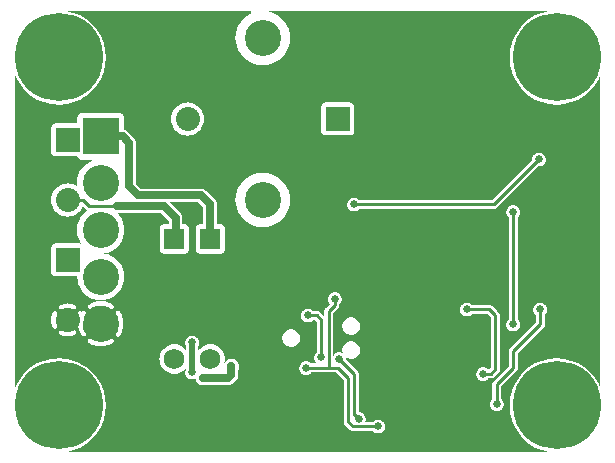
<source format=gbr>
G04 start of page 3 for group 1 idx 1 *
G04 Title: (unknown), bottom *
G04 Creator: pcb 4.0.2 *
G04 CreationDate: Mon Nov 22 04:11:08 2021 UTC *
G04 For: ndholmes *
G04 Format: Gerber/RS-274X *
G04 PCB-Dimensions (mil): 2000.00 1500.00 *
G04 PCB-Coordinate-Origin: lower left *
%MOIN*%
%FSLAX25Y25*%
%LNBOTTOM*%
%ADD43C,0.0380*%
%ADD42C,0.0600*%
%ADD41C,0.0390*%
%ADD40C,0.1285*%
%ADD39C,0.0480*%
%ADD38C,0.0120*%
%ADD37C,0.0260*%
%ADD36C,0.0680*%
%ADD35C,0.0800*%
%ADD34C,0.1200*%
%ADD33C,0.2937*%
%ADD32C,0.0250*%
%ADD31C,0.0200*%
%ADD30C,0.0100*%
%ADD29C,0.0001*%
G54D29*G36*
X168496Y11031D02*X168982Y9858D01*
X170272Y7753D01*
X171876Y5876D01*
X173753Y4272D01*
X175858Y2982D01*
X178138Y2038D01*
X180378Y1500D01*
X168496D01*
Y11031D01*
G37*
G36*
Y148500D02*X180378D01*
X178138Y147962D01*
X175858Y147018D01*
X173753Y145728D01*
X171876Y144124D01*
X170272Y142247D01*
X168982Y140142D01*
X168496Y138969D01*
Y148500D01*
G37*
G36*
Y27375D02*X169519Y28398D01*
X169564Y28436D01*
X169717Y28615D01*
X169717Y28616D01*
X169841Y28817D01*
X169931Y29035D01*
X169986Y29265D01*
X170005Y29500D01*
X170000Y29559D01*
Y34379D01*
X178519Y42898D01*
X178564Y42936D01*
X178717Y43115D01*
X178717Y43116D01*
X178841Y43317D01*
X178931Y43535D01*
X178986Y43765D01*
X179005Y44000D01*
X179000Y44059D01*
Y47256D01*
X179131Y47369D01*
X179366Y47644D01*
X179556Y47953D01*
X179694Y48287D01*
X179779Y48639D01*
X179800Y49000D01*
X179779Y49361D01*
X179694Y49713D01*
X179556Y50047D01*
X179366Y50356D01*
X179131Y50631D01*
X178856Y50866D01*
X178547Y51056D01*
X178213Y51194D01*
X177861Y51279D01*
X177500Y51307D01*
X177139Y51279D01*
X176787Y51194D01*
X176453Y51056D01*
X176144Y50866D01*
X175869Y50631D01*
X175634Y50356D01*
X175444Y50047D01*
X175306Y49713D01*
X175221Y49361D01*
X175193Y49000D01*
X175221Y48639D01*
X175306Y48287D01*
X175444Y47953D01*
X175634Y47644D01*
X175869Y47369D01*
X176000Y47256D01*
Y44621D01*
X168496Y37118D01*
Y41693D01*
X168500Y41693D01*
X168861Y41721D01*
X169213Y41806D01*
X169547Y41944D01*
X169856Y42134D01*
X170131Y42369D01*
X170366Y42644D01*
X170556Y42953D01*
X170694Y43287D01*
X170779Y43639D01*
X170800Y44000D01*
X170779Y44361D01*
X170694Y44713D01*
X170556Y45047D01*
X170366Y45356D01*
X170131Y45631D01*
X170000Y45744D01*
Y79756D01*
X170131Y79869D01*
X170366Y80144D01*
X170556Y80453D01*
X170694Y80787D01*
X170779Y81139D01*
X170800Y81500D01*
X170779Y81861D01*
X170694Y82213D01*
X170556Y82547D01*
X170366Y82856D01*
X170131Y83131D01*
X169856Y83366D01*
X169547Y83556D01*
X169213Y83694D01*
X168861Y83779D01*
X168500Y83807D01*
X168496Y83807D01*
Y88375D01*
X176828Y96706D01*
X177000Y96693D01*
X177361Y96721D01*
X177713Y96806D01*
X178047Y96944D01*
X178356Y97134D01*
X178631Y97369D01*
X178866Y97644D01*
X179056Y97953D01*
X179194Y98287D01*
X179279Y98639D01*
X179300Y99000D01*
X179279Y99361D01*
X179194Y99713D01*
X179056Y100047D01*
X178866Y100356D01*
X178631Y100631D01*
X178356Y100866D01*
X178047Y101056D01*
X177713Y101194D01*
X177361Y101279D01*
X177000Y101307D01*
X176639Y101279D01*
X176287Y101194D01*
X175953Y101056D01*
X175644Y100866D01*
X175369Y100631D01*
X175134Y100356D01*
X174944Y100047D01*
X174806Y99713D01*
X174721Y99361D01*
X174693Y99000D01*
X174706Y98828D01*
X168496Y92618D01*
Y127031D01*
X168982Y125858D01*
X170272Y123753D01*
X171876Y121876D01*
X173753Y120272D01*
X175858Y118982D01*
X178138Y118038D01*
X180539Y117461D01*
X183000Y117268D01*
X185461Y117461D01*
X187862Y118038D01*
X190142Y118982D01*
X192247Y120272D01*
X194124Y121876D01*
X195728Y123753D01*
X197018Y125858D01*
X197500Y127022D01*
Y22978D01*
X197018Y24142D01*
X195728Y26247D01*
X194124Y28124D01*
X192247Y29728D01*
X190142Y31018D01*
X187862Y31962D01*
X185461Y32539D01*
X183000Y32732D01*
X180539Y32539D01*
X178138Y31962D01*
X175858Y31018D01*
X173753Y29728D01*
X171876Y28124D01*
X170272Y26247D01*
X168982Y24142D01*
X168496Y22969D01*
Y27375D01*
G37*
G36*
Y92618D02*X163000Y87121D01*
Y148500D01*
X168496D01*
Y138969D01*
X168038Y137862D01*
X167461Y135461D01*
X167268Y133000D01*
X167461Y130539D01*
X168038Y128138D01*
X168496Y127031D01*
Y92618D01*
G37*
G36*
Y37118D02*X167481Y36102D01*
X167436Y36064D01*
X167283Y35884D01*
X167159Y35683D01*
X167069Y35465D01*
X167014Y35235D01*
X167014Y35235D01*
X166995Y35000D01*
X167000Y34941D01*
Y30121D01*
X163000Y26121D01*
Y27379D01*
X163519Y27898D01*
X163564Y27936D01*
X163717Y28115D01*
X163717Y28116D01*
X163841Y28317D01*
X163931Y28535D01*
X163986Y28765D01*
X164005Y29000D01*
X164000Y29059D01*
Y46941D01*
X164005Y47000D01*
X163986Y47235D01*
X163931Y47465D01*
X163841Y47683D01*
X163717Y47884D01*
X163564Y48064D01*
X163519Y48102D01*
X163000Y48621D01*
Y82881D01*
X163064Y82936D01*
X163102Y82981D01*
X168496Y88375D01*
Y83807D01*
X168139Y83779D01*
X167787Y83694D01*
X167453Y83556D01*
X167144Y83366D01*
X166869Y83131D01*
X166634Y82856D01*
X166444Y82547D01*
X166306Y82213D01*
X166221Y81861D01*
X166193Y81500D01*
X166221Y81139D01*
X166306Y80787D01*
X166444Y80453D01*
X166634Y80144D01*
X166869Y79869D01*
X167000Y79756D01*
Y45744D01*
X166869Y45631D01*
X166634Y45356D01*
X166444Y45047D01*
X166306Y44713D01*
X166221Y44361D01*
X166193Y44000D01*
X166221Y43639D01*
X166306Y43287D01*
X166444Y42953D01*
X166634Y42644D01*
X166869Y42369D01*
X167144Y42134D01*
X167453Y41944D01*
X167787Y41806D01*
X168139Y41721D01*
X168496Y41693D01*
Y37118D01*
G37*
G36*
X163000Y1500D02*Y15193D01*
X163361Y15221D01*
X163713Y15306D01*
X164047Y15444D01*
X164356Y15634D01*
X164631Y15869D01*
X164866Y16144D01*
X165056Y16453D01*
X165194Y16787D01*
X165279Y17139D01*
X165300Y17500D01*
X165279Y17861D01*
X165194Y18213D01*
X165056Y18547D01*
X164866Y18856D01*
X164631Y19131D01*
X164500Y19244D01*
Y23379D01*
X168496Y27375D01*
Y22969D01*
X168038Y21862D01*
X167461Y19461D01*
X167268Y17000D01*
X167461Y14539D01*
X168038Y12138D01*
X168496Y11031D01*
Y1500D01*
X163000D01*
G37*
G36*
X114495Y81927D02*X114787Y81806D01*
X115139Y81721D01*
X115500Y81693D01*
X115861Y81721D01*
X116213Y81806D01*
X116547Y81944D01*
X116856Y82134D01*
X117131Y82369D01*
X117244Y82500D01*
X119000D01*
Y35500D01*
X117450D01*
X117423Y35963D01*
X117314Y36414D01*
X117137Y36843D01*
X116894Y37239D01*
X116592Y37592D01*
X116239Y37894D01*
X115843Y38137D01*
X115414Y38314D01*
X114963Y38423D01*
X114500Y38459D01*
X114495Y38459D01*
Y40541D01*
X114500Y40541D01*
X114963Y40577D01*
X115414Y40686D01*
X115843Y40863D01*
X116239Y41106D01*
X116592Y41408D01*
X116894Y41761D01*
X117137Y42157D01*
X117314Y42586D01*
X117423Y43037D01*
X117450Y43500D01*
X117423Y43963D01*
X117314Y44414D01*
X117137Y44843D01*
X116894Y45239D01*
X116592Y45592D01*
X116239Y45894D01*
X115843Y46137D01*
X115414Y46314D01*
X114963Y46423D01*
X114500Y46459D01*
X114495Y46459D01*
Y81927D01*
G37*
G36*
Y148500D02*X119000D01*
Y85500D01*
X117244D01*
X117131Y85631D01*
X116856Y85866D01*
X116547Y86056D01*
X116213Y86194D01*
X115861Y86279D01*
X115500Y86307D01*
X115139Y86279D01*
X114787Y86194D01*
X114495Y86073D01*
Y107082D01*
X114683Y107159D01*
X114884Y107283D01*
X115064Y107436D01*
X115217Y107616D01*
X115341Y107817D01*
X115431Y108035D01*
X115486Y108265D01*
X115500Y108500D01*
X115486Y116735D01*
X115431Y116965D01*
X115341Y117183D01*
X115217Y117384D01*
X115064Y117564D01*
X114884Y117717D01*
X114683Y117841D01*
X114495Y117918D01*
Y148500D01*
G37*
G36*
Y86073D02*X114453Y86056D01*
X114144Y85866D01*
X113869Y85631D01*
X113634Y85356D01*
X113444Y85047D01*
X113306Y84713D01*
X113221Y84361D01*
X113193Y84000D01*
X113221Y83639D01*
X113306Y83287D01*
X113444Y82953D01*
X113634Y82644D01*
X113869Y82369D01*
X114144Y82134D01*
X114453Y81944D01*
X114495Y81927D01*
Y46459D01*
X114037Y46423D01*
X113586Y46314D01*
X113157Y46137D01*
X112761Y45894D01*
X112408Y45592D01*
X112106Y45239D01*
X111863Y44843D01*
X111686Y44414D01*
X111577Y43963D01*
X111541Y43500D01*
X111577Y43037D01*
X111686Y42586D01*
X111863Y42157D01*
X112106Y41761D01*
X112408Y41408D01*
X112761Y41106D01*
X113157Y40863D01*
X113586Y40686D01*
X114037Y40577D01*
X114495Y40541D01*
Y38459D01*
X114037Y38423D01*
X113586Y38314D01*
X113157Y38137D01*
X112761Y37894D01*
X112408Y37592D01*
X112106Y37239D01*
X111863Y36843D01*
X111686Y36414D01*
X111577Y35963D01*
X111541Y35500D01*
X110000D01*
Y49379D01*
X110019Y49398D01*
X110064Y49436D01*
X110217Y49615D01*
X110217Y49616D01*
X110341Y49817D01*
X110431Y50035D01*
X110486Y50265D01*
X110505Y50500D01*
X110500Y50559D01*
Y50756D01*
X110631Y50869D01*
X110866Y51144D01*
X111056Y51453D01*
X111194Y51787D01*
X111279Y52139D01*
X111300Y52500D01*
X111279Y52861D01*
X111194Y53213D01*
X111056Y53547D01*
X110866Y53856D01*
X110631Y54131D01*
X110356Y54366D01*
X110047Y54556D01*
X110000Y54575D01*
Y107007D01*
X114235Y107014D01*
X114465Y107069D01*
X114495Y107082D01*
Y86073D01*
G37*
G36*
X110000Y148500D02*X114495D01*
Y117918D01*
X114465Y117931D01*
X114235Y117986D01*
X114000Y118000D01*
X110000Y117993D01*
Y148500D01*
G37*
G36*
Y35500D02*X108500D01*
Y47879D01*
X110000Y49379D01*
Y35500D01*
G37*
G36*
X94495Y148500D02*X110000D01*
Y117993D01*
X105765Y117986D01*
X105535Y117931D01*
X105317Y117841D01*
X105116Y117717D01*
X104936Y117564D01*
X104783Y117384D01*
X104659Y117183D01*
X104569Y116965D01*
X104514Y116735D01*
X104500Y116500D01*
X104514Y108265D01*
X104569Y108035D01*
X104659Y107817D01*
X104783Y107616D01*
X104936Y107436D01*
X105116Y107283D01*
X105317Y107159D01*
X105535Y107069D01*
X105765Y107014D01*
X106000Y107000D01*
X110000Y107007D01*
Y54575D01*
X109713Y54694D01*
X109361Y54779D01*
X109000Y54807D01*
X108639Y54779D01*
X108287Y54694D01*
X107953Y54556D01*
X107644Y54366D01*
X107369Y54131D01*
X107134Y53856D01*
X106944Y53547D01*
X106806Y53213D01*
X106721Y52861D01*
X106693Y52500D01*
X106721Y52139D01*
X106806Y51787D01*
X106944Y51453D01*
X107134Y51144D01*
X107313Y50934D01*
X105981Y49602D01*
X105936Y49564D01*
X105783Y49384D01*
X105659Y49183D01*
X105569Y48965D01*
X105514Y48735D01*
X105514Y48735D01*
X105495Y48500D01*
X105500Y48441D01*
Y46621D01*
X104102Y48019D01*
X104064Y48064D01*
X103884Y48217D01*
X103683Y48341D01*
X103465Y48431D01*
X103235Y48486D01*
X103000Y48505D01*
X102941Y48500D01*
X101744D01*
X101631Y48631D01*
X101356Y48866D01*
X101047Y49056D01*
X100713Y49194D01*
X100361Y49279D01*
X100000Y49307D01*
X99639Y49279D01*
X99287Y49194D01*
X98953Y49056D01*
X98644Y48866D01*
X98369Y48631D01*
X98134Y48356D01*
X97944Y48047D01*
X97806Y47713D01*
X97721Y47361D01*
X97693Y47000D01*
X97721Y46639D01*
X97806Y46287D01*
X97944Y45953D01*
X98134Y45644D01*
X98369Y45369D01*
X98644Y45134D01*
X98953Y44944D01*
X99287Y44806D01*
X99639Y44721D01*
X100000Y44693D01*
X100361Y44721D01*
X100713Y44806D01*
X101047Y44944D01*
X101356Y45134D01*
X101631Y45369D01*
X101744Y45500D01*
X102379D01*
X103000Y44879D01*
Y35500D01*
X94495D01*
Y36541D01*
X94500Y36541D01*
X94963Y36577D01*
X95414Y36686D01*
X95843Y36863D01*
X96239Y37106D01*
X96592Y37408D01*
X96894Y37761D01*
X97137Y38157D01*
X97314Y38586D01*
X97423Y39037D01*
X97450Y39500D01*
X97423Y39963D01*
X97314Y40414D01*
X97137Y40843D01*
X96894Y41239D01*
X96592Y41592D01*
X96239Y41894D01*
X95843Y42137D01*
X95414Y42314D01*
X94963Y42423D01*
X94500Y42459D01*
X94495Y42459D01*
Y148500D01*
G37*
G36*
X77500Y35500D02*Y80323D01*
X77615Y80135D01*
X78545Y79045D01*
X79635Y78115D01*
X80856Y77367D01*
X82179Y76819D01*
X83572Y76484D01*
X85000Y76372D01*
X86428Y76484D01*
X87821Y76819D01*
X89144Y77367D01*
X90365Y78115D01*
X91455Y79045D01*
X92385Y80135D01*
X93133Y81356D01*
X93681Y82679D01*
X94016Y84072D01*
X94100Y85500D01*
X94016Y86928D01*
X93681Y88321D01*
X93133Y89644D01*
X92385Y90865D01*
X91455Y91955D01*
X90365Y92885D01*
X89144Y93633D01*
X87821Y94181D01*
X86428Y94516D01*
X85000Y94628D01*
X83572Y94516D01*
X82179Y94181D01*
X80856Y93633D01*
X79635Y92885D01*
X78545Y91955D01*
X77615Y90865D01*
X77500Y90677D01*
Y134323D01*
X77615Y134135D01*
X78545Y133045D01*
X79635Y132115D01*
X80856Y131367D01*
X82179Y130819D01*
X83572Y130484D01*
X85000Y130372D01*
X86428Y130484D01*
X87821Y130819D01*
X89144Y131367D01*
X90365Y132115D01*
X91455Y133045D01*
X92385Y134135D01*
X93133Y135356D01*
X93681Y136679D01*
X94016Y138072D01*
X94100Y139500D01*
X94016Y140928D01*
X93681Y142321D01*
X93133Y143644D01*
X92385Y144865D01*
X91455Y145955D01*
X90365Y146885D01*
X89144Y147633D01*
X87821Y148181D01*
X86493Y148500D01*
X94495D01*
Y42459D01*
X94037Y42423D01*
X93586Y42314D01*
X93157Y42137D01*
X92761Y41894D01*
X92408Y41592D01*
X92106Y41239D01*
X91863Y40843D01*
X91686Y40414D01*
X91577Y39963D01*
X91541Y39500D01*
X91577Y39037D01*
X91686Y38586D01*
X91863Y38157D01*
X92106Y37761D01*
X92408Y37408D01*
X92761Y37106D01*
X93157Y36863D01*
X93586Y36686D01*
X94037Y36577D01*
X94495Y36541D01*
Y35500D01*
X77500D01*
G37*
G36*
X63842Y67619D02*X63865Y67614D01*
X64100Y67600D01*
X71135Y67614D01*
X71365Y67669D01*
X71583Y67759D01*
X71784Y67883D01*
X71964Y68036D01*
X72117Y68216D01*
X72241Y68417D01*
X72331Y68635D01*
X72386Y68865D01*
X72400Y69100D01*
X72386Y76135D01*
X72331Y76365D01*
X72241Y76583D01*
X72117Y76784D01*
X71964Y76964D01*
X71784Y77117D01*
X71583Y77241D01*
X71365Y77331D01*
X71135Y77386D01*
X70900Y77400D01*
X69750Y77398D01*
Y83912D01*
X69757Y84000D01*
X69729Y84353D01*
X69646Y84697D01*
X69607Y84793D01*
X69511Y85025D01*
X69396Y85212D01*
X69326Y85327D01*
X69326Y85327D01*
X69096Y85596D01*
X69029Y85653D01*
X66153Y88529D01*
X66096Y88596D01*
X65827Y88826D01*
X65827Y88826D01*
X65712Y88896D01*
X65525Y89011D01*
X65293Y89107D01*
X65197Y89146D01*
X64853Y89229D01*
X64500Y89257D01*
X64412Y89250D01*
X63842D01*
Y108549D01*
X63901Y108599D01*
X64463Y109257D01*
X64916Y109995D01*
X65247Y110795D01*
X65449Y111637D01*
X65500Y112500D01*
X65449Y113363D01*
X65247Y114205D01*
X64916Y115005D01*
X64463Y115743D01*
X63901Y116401D01*
X63842Y116451D01*
Y148500D01*
X81000D01*
Y147693D01*
X80856Y147633D01*
X79635Y146885D01*
X78545Y145955D01*
X77615Y144865D01*
X76867Y143644D01*
X76319Y142321D01*
X75984Y140928D01*
X75872Y139500D01*
X75984Y138072D01*
X76319Y136679D01*
X76867Y135356D01*
X77615Y134135D01*
X78545Y133045D01*
X79635Y132115D01*
X80856Y131367D01*
X81000Y131307D01*
Y93693D01*
X80856Y93633D01*
X79635Y92885D01*
X78545Y91955D01*
X77615Y90865D01*
X76867Y89644D01*
X76319Y88321D01*
X75984Y86928D01*
X75872Y85500D01*
X75984Y84072D01*
X76319Y82679D01*
X76867Y81356D01*
X77615Y80135D01*
X78545Y79045D01*
X79635Y78115D01*
X80856Y77367D01*
X81000Y77307D01*
Y1500D01*
X63842D01*
Y24012D01*
X63953Y23944D01*
X64287Y23806D01*
X64639Y23721D01*
X65000Y23693D01*
X65361Y23721D01*
X65480Y23750D01*
X73412D01*
X73500Y23743D01*
X73853Y23771D01*
X73853Y23771D01*
X74197Y23854D01*
X74525Y23989D01*
X74827Y24174D01*
X75096Y24404D01*
X75153Y24471D01*
X76029Y25347D01*
X76096Y25404D01*
X76326Y25673D01*
X76326Y25673D01*
X76511Y25975D01*
X76646Y26303D01*
X76729Y26647D01*
X76757Y27000D01*
X76750Y27088D01*
Y28696D01*
X76824Y28816D01*
X76980Y29194D01*
X77076Y29592D01*
X77100Y30000D01*
X77076Y30408D01*
X76980Y30806D01*
X76824Y31184D01*
X76610Y31533D01*
X76344Y31844D01*
X76033Y32110D01*
X75684Y32324D01*
X75306Y32480D01*
X74908Y32576D01*
X74500Y32608D01*
X74092Y32576D01*
X73694Y32480D01*
X73316Y32324D01*
X72967Y32110D01*
X72656Y31844D01*
X72390Y31533D01*
X72254Y31310D01*
X72355Y31731D01*
X72400Y32500D01*
X72355Y33269D01*
X72175Y34019D01*
X71879Y34731D01*
X71476Y35389D01*
X70976Y35976D01*
X70389Y36476D01*
X69731Y36879D01*
X69019Y37175D01*
X68269Y37355D01*
X67500Y37415D01*
X66731Y37355D01*
X65981Y37175D01*
X65269Y36879D01*
X64611Y36476D01*
X64024Y35976D01*
X63842Y35762D01*
Y67619D01*
G37*
G36*
Y84476D02*X65250Y83068D01*
Y77389D01*
X63865Y77386D01*
X63842Y77381D01*
Y84476D01*
G37*
G36*
Y89250D02*X44432D01*
X42750Y90932D01*
Y104412D01*
X42757Y104500D01*
X42729Y104853D01*
X42646Y105197D01*
X42607Y105293D01*
X42511Y105525D01*
X42396Y105712D01*
X42326Y105827D01*
X42326Y105827D01*
X42096Y106096D01*
X42029Y106153D01*
X39953Y108229D01*
X39896Y108296D01*
X39627Y108526D01*
X39627Y108526D01*
X39512Y108596D01*
X39325Y108711D01*
X39093Y108807D01*
X38997Y108846D01*
X38888Y108873D01*
X38882Y112998D01*
X38813Y113289D01*
X38698Y113565D01*
X38542Y113820D01*
X38348Y114048D01*
X38120Y114242D01*
X37865Y114398D01*
X37589Y114513D01*
X37298Y114582D01*
X37000Y114600D01*
X24702Y114582D01*
X24411Y114513D01*
X24135Y114398D01*
X23880Y114242D01*
X23652Y114048D01*
X23458Y113820D01*
X23302Y113565D01*
X23187Y113289D01*
X23118Y112998D01*
X23100Y112700D01*
X23102Y110998D01*
X21500Y110996D01*
Y117951D01*
X21862Y118038D01*
X24142Y118982D01*
X26247Y120272D01*
X28124Y121876D01*
X29728Y123753D01*
X31018Y125858D01*
X31962Y128138D01*
X32539Y130539D01*
X32684Y133000D01*
X32539Y135461D01*
X31962Y137862D01*
X31018Y140142D01*
X29728Y142247D01*
X28124Y144124D01*
X26247Y145728D01*
X24142Y147018D01*
X21862Y147962D01*
X21500Y148049D01*
Y148500D01*
X63842D01*
Y116451D01*
X63243Y116963D01*
X62505Y117416D01*
X61705Y117747D01*
X60863Y117949D01*
X60000Y118017D01*
X59137Y117949D01*
X58295Y117747D01*
X57495Y117416D01*
X56757Y116963D01*
X56099Y116401D01*
X55537Y115743D01*
X55084Y115005D01*
X54753Y114205D01*
X54551Y113363D01*
X54483Y112500D01*
X54551Y111637D01*
X54753Y110795D01*
X55084Y109995D01*
X55537Y109257D01*
X56099Y108599D01*
X56757Y108037D01*
X57495Y107584D01*
X58295Y107253D01*
X59137Y107051D01*
X60000Y106983D01*
X60863Y107051D01*
X61705Y107253D01*
X62505Y107584D01*
X63243Y108037D01*
X63842Y108549D01*
Y89250D01*
G37*
G36*
X37229Y55183D02*X37330Y55301D01*
X37971Y56348D01*
X38441Y57482D01*
X38728Y58676D01*
X38800Y59900D01*
X38728Y61124D01*
X38441Y62318D01*
X37971Y63452D01*
X37330Y64499D01*
X37229Y64617D01*
Y70629D01*
X37411Y70842D01*
X38061Y71902D01*
X38537Y73051D01*
X38827Y74260D01*
X38900Y75500D01*
X38827Y76740D01*
X38537Y77949D01*
X38061Y79098D01*
X37411Y80158D01*
X37229Y80371D01*
Y81250D01*
X51068D01*
X53750Y78568D01*
Y77390D01*
X51865Y77386D01*
X51635Y77331D01*
X51417Y77241D01*
X51216Y77117D01*
X51036Y76964D01*
X50883Y76784D01*
X50759Y76583D01*
X50669Y76365D01*
X50614Y76135D01*
X50600Y75900D01*
X50614Y68865D01*
X50669Y68635D01*
X50759Y68417D01*
X50883Y68216D01*
X51036Y68036D01*
X51216Y67883D01*
X51417Y67759D01*
X51635Y67669D01*
X51865Y67614D01*
X52100Y67600D01*
X59135Y67614D01*
X59365Y67669D01*
X59583Y67759D01*
X59784Y67883D01*
X59964Y68036D01*
X60117Y68216D01*
X60241Y68417D01*
X60331Y68635D01*
X60386Y68865D01*
X60400Y69100D01*
X60386Y76135D01*
X60331Y76365D01*
X60241Y76583D01*
X60117Y76784D01*
X59964Y76964D01*
X59784Y77117D01*
X59583Y77241D01*
X59365Y77331D01*
X59135Y77386D01*
X58900Y77400D01*
X58250Y77399D01*
Y79412D01*
X58257Y79500D01*
X58229Y79853D01*
X58146Y80197D01*
X58107Y80293D01*
X58011Y80525D01*
X57896Y80712D01*
X57826Y80827D01*
X57826Y80827D01*
X57596Y81096D01*
X57529Y81153D01*
X53932Y84750D01*
X63568D01*
X63842Y84476D01*
Y77381D01*
X63635Y77331D01*
X63417Y77241D01*
X63216Y77117D01*
X63036Y76964D01*
X62883Y76784D01*
X62759Y76583D01*
X62669Y76365D01*
X62614Y76135D01*
X62600Y75900D01*
X62614Y68865D01*
X62669Y68635D01*
X62759Y68417D01*
X62883Y68216D01*
X63036Y68036D01*
X63216Y67883D01*
X63417Y67759D01*
X63635Y67669D01*
X63842Y67619D01*
Y35762D01*
X63524Y35389D01*
X63500Y35351D01*
Y36862D01*
X63556Y36953D01*
X63694Y37287D01*
X63779Y37639D01*
X63800Y38000D01*
X63779Y38361D01*
X63694Y38713D01*
X63556Y39047D01*
X63366Y39356D01*
X63131Y39631D01*
X62856Y39866D01*
X62547Y40056D01*
X62213Y40194D01*
X61861Y40279D01*
X61500Y40307D01*
X61139Y40279D01*
X60787Y40194D01*
X60453Y40056D01*
X60144Y39866D01*
X59869Y39631D01*
X59634Y39356D01*
X59444Y39047D01*
X59306Y38713D01*
X59221Y38361D01*
X59193Y38000D01*
X59221Y37639D01*
X59306Y37287D01*
X59444Y36953D01*
X59500Y36862D01*
Y35351D01*
X59476Y35389D01*
X58976Y35976D01*
X58389Y36476D01*
X57731Y36879D01*
X57019Y37175D01*
X56269Y37355D01*
X55500Y37415D01*
X54731Y37355D01*
X53981Y37175D01*
X53269Y36879D01*
X52611Y36476D01*
X52024Y35976D01*
X51524Y35389D01*
X51121Y34731D01*
X50825Y34019D01*
X50645Y33269D01*
X50585Y32500D01*
X50645Y31731D01*
X50825Y30981D01*
X51121Y30269D01*
X51524Y29611D01*
X52024Y29024D01*
X52611Y28524D01*
X53269Y28121D01*
X53981Y27825D01*
X54731Y27645D01*
X55500Y27585D01*
X56269Y27645D01*
X57019Y27825D01*
X57731Y28121D01*
X58389Y28524D01*
X58976Y29024D01*
X59476Y29611D01*
X59500Y29649D01*
Y29138D01*
X59444Y29047D01*
X59306Y28713D01*
X59221Y28361D01*
X59193Y28000D01*
X59221Y27639D01*
X59306Y27287D01*
X59444Y26953D01*
X59634Y26644D01*
X59869Y26369D01*
X60144Y26134D01*
X60453Y25944D01*
X60787Y25806D01*
X61139Y25721D01*
X61500Y25693D01*
X61861Y25721D01*
X62213Y25806D01*
X62547Y25944D01*
X62696Y26035D01*
X62693Y26000D01*
X62721Y25639D01*
X62806Y25287D01*
X62944Y24953D01*
X63134Y24644D01*
X63369Y24369D01*
X63644Y24134D01*
X63842Y24012D01*
Y1500D01*
X37229D01*
Y40158D01*
X37273Y40200D01*
X37342Y40296D01*
X37696Y40904D01*
X37985Y41547D01*
X38213Y42214D01*
X38376Y42899D01*
X38475Y43596D01*
X38508Y44300D01*
X38475Y45004D01*
X38376Y45701D01*
X38213Y46386D01*
X37985Y47053D01*
X37696Y47696D01*
X37349Y48308D01*
X37278Y48404D01*
X37229Y48452D01*
Y55183D01*
G37*
G36*
Y80371D02*X36603Y81103D01*
X36427Y81254D01*
X36500Y81250D01*
X37229D01*
Y80371D01*
G37*
G36*
Y64617D02*X36532Y65432D01*
X35599Y66230D01*
X34552Y66871D01*
X33418Y67341D01*
X32224Y67628D01*
X31943Y67650D01*
X32240Y67673D01*
X33449Y67963D01*
X34598Y68439D01*
X35658Y69089D01*
X36603Y69897D01*
X37229Y70629D01*
Y64617D01*
G37*
G36*
X31003Y9834D02*X31018Y9858D01*
X31962Y12138D01*
X32539Y14539D01*
X32684Y17000D01*
X32539Y19461D01*
X31962Y21862D01*
X31018Y24142D01*
X31003Y24166D01*
Y36792D01*
X31704Y36825D01*
X32401Y36924D01*
X33086Y37087D01*
X33753Y37315D01*
X34396Y37604D01*
X35008Y37951D01*
X35104Y38022D01*
X35187Y38107D01*
X35256Y38205D01*
X35309Y38311D01*
X35344Y38425D01*
X35361Y38543D01*
X35359Y38662D01*
X35339Y38779D01*
X35301Y38892D01*
X35245Y38998D01*
X35174Y39093D01*
X35089Y39176D01*
X34991Y39245D01*
X34885Y39297D01*
X34771Y39333D01*
X34653Y39350D01*
X34534Y39348D01*
X34417Y39328D01*
X34304Y39290D01*
X34200Y39232D01*
X33714Y38949D01*
X33200Y38718D01*
X32667Y38536D01*
X32120Y38405D01*
X31562Y38326D01*
X31003Y38300D01*
Y50300D01*
X31562Y50274D01*
X32120Y50195D01*
X32667Y50064D01*
X33200Y49882D01*
X33714Y49651D01*
X34203Y49373D01*
X34306Y49316D01*
X34418Y49278D01*
X34535Y49258D01*
X34653Y49257D01*
X34769Y49274D01*
X34882Y49309D01*
X34988Y49361D01*
X35085Y49429D01*
X35169Y49511D01*
X35240Y49606D01*
X35295Y49710D01*
X35333Y49822D01*
X35353Y49938D01*
X35354Y50057D01*
X35337Y50173D01*
X35302Y50286D01*
X35250Y50392D01*
X35182Y50488D01*
X35100Y50573D01*
X35004Y50642D01*
X34396Y50996D01*
X33753Y51285D01*
X33086Y51513D01*
X32401Y51676D01*
X31704Y51775D01*
X31003Y51808D01*
Y52076D01*
X32224Y52172D01*
X33418Y52459D01*
X34552Y52929D01*
X35599Y53570D01*
X36532Y54368D01*
X37229Y55183D01*
Y48452D01*
X37193Y48487D01*
X37095Y48556D01*
X36989Y48609D01*
X36875Y48644D01*
X36757Y48661D01*
X36638Y48659D01*
X36521Y48639D01*
X36408Y48601D01*
X36302Y48545D01*
X36207Y48474D01*
X36124Y48389D01*
X36055Y48291D01*
X36003Y48185D01*
X35967Y48071D01*
X35950Y47953D01*
X35952Y47834D01*
X35972Y47717D01*
X36010Y47604D01*
X36068Y47500D01*
X36351Y47014D01*
X36582Y46500D01*
X36764Y45967D01*
X36895Y45420D01*
X36974Y44862D01*
X37000Y44300D01*
X36974Y43738D01*
X36895Y43180D01*
X36764Y42633D01*
X36582Y42100D01*
X36351Y41586D01*
X36073Y41097D01*
X36016Y40994D01*
X35978Y40882D01*
X35958Y40765D01*
X35957Y40647D01*
X35974Y40531D01*
X36009Y40418D01*
X36061Y40312D01*
X36129Y40215D01*
X36211Y40131D01*
X36306Y40060D01*
X36410Y40005D01*
X36522Y39967D01*
X36638Y39947D01*
X36757Y39946D01*
X36873Y39963D01*
X36986Y39998D01*
X37092Y40050D01*
X37188Y40118D01*
X37229Y40158D01*
Y1500D01*
X31003D01*
Y9834D01*
G37*
G36*
Y24166D02*X29728Y26247D01*
X28124Y28124D01*
X26247Y29728D01*
X24764Y30636D01*
Y40154D01*
X24807Y40113D01*
X24905Y40044D01*
X25011Y39991D01*
X25125Y39956D01*
X25243Y39939D01*
X25362Y39941D01*
X25479Y39961D01*
X25592Y39999D01*
X25698Y40055D01*
X25793Y40126D01*
X25876Y40211D01*
X25945Y40309D01*
X25997Y40415D01*
X26033Y40529D01*
X26050Y40647D01*
X26048Y40766D01*
X26028Y40883D01*
X25990Y40996D01*
X25932Y41100D01*
X25649Y41586D01*
X25418Y42100D01*
X25236Y42633D01*
X25105Y43180D01*
X25077Y43382D01*
X25122Y43480D01*
X25289Y43969D01*
X25409Y44472D01*
X25482Y44984D01*
X25506Y45500D01*
X25482Y46016D01*
X25415Y46490D01*
X25418Y46500D01*
X25649Y47014D01*
X25927Y47503D01*
X25984Y47606D01*
X26022Y47718D01*
X26042Y47835D01*
X26043Y47953D01*
X26026Y48069D01*
X25991Y48182D01*
X25939Y48288D01*
X25871Y48385D01*
X25789Y48469D01*
X25694Y48540D01*
X25590Y48595D01*
X25478Y48633D01*
X25362Y48653D01*
X25243Y48654D01*
X25127Y48637D01*
X25014Y48602D01*
X24908Y48550D01*
X24812Y48482D01*
X24764Y48436D01*
Y55191D01*
X25468Y54368D01*
X26401Y53570D01*
X27448Y52929D01*
X28582Y52459D01*
X29776Y52172D01*
X31000Y52076D01*
X31003Y52076D01*
Y51808D01*
X31000Y51808D01*
X30296Y51775D01*
X29599Y51676D01*
X28914Y51513D01*
X28247Y51285D01*
X27604Y50996D01*
X26992Y50649D01*
X26896Y50578D01*
X26813Y50493D01*
X26744Y50395D01*
X26691Y50289D01*
X26656Y50175D01*
X26639Y50057D01*
X26641Y49938D01*
X26661Y49821D01*
X26699Y49708D01*
X26755Y49602D01*
X26826Y49507D01*
X26911Y49424D01*
X27009Y49355D01*
X27115Y49303D01*
X27229Y49267D01*
X27347Y49250D01*
X27466Y49252D01*
X27583Y49272D01*
X27696Y49310D01*
X27800Y49368D01*
X28286Y49651D01*
X28800Y49882D01*
X29333Y50064D01*
X29880Y50195D01*
X30438Y50274D01*
X31000Y50300D01*
X31003Y50300D01*
Y38300D01*
X31000Y38300D01*
X30438Y38326D01*
X29880Y38405D01*
X29333Y38536D01*
X28800Y38718D01*
X28286Y38949D01*
X27797Y39227D01*
X27694Y39284D01*
X27582Y39322D01*
X27465Y39342D01*
X27347Y39343D01*
X27231Y39326D01*
X27118Y39291D01*
X27012Y39239D01*
X26915Y39171D01*
X26831Y39089D01*
X26760Y38994D01*
X26705Y38890D01*
X26667Y38778D01*
X26647Y38662D01*
X26646Y38543D01*
X26663Y38427D01*
X26698Y38314D01*
X26750Y38208D01*
X26818Y38112D01*
X26900Y38027D01*
X26996Y37958D01*
X27604Y37604D01*
X28247Y37315D01*
X28914Y37087D01*
X29599Y36924D01*
X30296Y36825D01*
X31000Y36792D01*
X31003Y36792D01*
Y24166D01*
G37*
G36*
X24764Y30636D02*X24142Y31018D01*
X21862Y31962D01*
X21500Y32049D01*
Y40204D01*
X21531Y40211D01*
X22020Y40378D01*
X22492Y40590D01*
X22593Y40651D01*
X22684Y40728D01*
X22761Y40818D01*
X22823Y40920D01*
X22869Y41029D01*
X22897Y41145D01*
X22906Y41263D01*
X22897Y41381D01*
X22870Y41497D01*
X22824Y41607D01*
X22762Y41708D01*
X22686Y41798D01*
X22595Y41876D01*
X22494Y41938D01*
X22385Y41984D01*
X22269Y42011D01*
X22151Y42021D01*
X22032Y42012D01*
X21917Y41984D01*
X21808Y41937D01*
X21500Y41794D01*
Y49206D01*
X21810Y49067D01*
X21918Y49020D01*
X22033Y48993D01*
X22151Y48983D01*
X22268Y48993D01*
X22383Y49021D01*
X22492Y49066D01*
X22593Y49128D01*
X22682Y49205D01*
X22759Y49295D01*
X22820Y49395D01*
X22865Y49504D01*
X22893Y49619D01*
X22902Y49737D01*
X22892Y49855D01*
X22865Y49969D01*
X22819Y50078D01*
X22757Y50179D01*
X22681Y50269D01*
X22591Y50345D01*
X22489Y50405D01*
X22020Y50622D01*
X21531Y50789D01*
X21500Y50796D01*
Y60009D01*
X23185Y60012D01*
X23176Y59900D01*
X23272Y58676D01*
X23559Y57482D01*
X24029Y56348D01*
X24670Y55301D01*
X24764Y55191D01*
Y48436D01*
X24727Y48400D01*
X24658Y48304D01*
X24646Y48283D01*
X24580Y48323D01*
X24471Y48369D01*
X24355Y48397D01*
X24237Y48406D01*
X24119Y48397D01*
X24003Y48370D01*
X23893Y48324D01*
X23792Y48262D01*
X23702Y48186D01*
X23624Y48095D01*
X23562Y47994D01*
X23516Y47885D01*
X23489Y47769D01*
X23479Y47651D01*
X23488Y47532D01*
X23516Y47417D01*
X23563Y47308D01*
X23721Y46968D01*
X23842Y46612D01*
X23851Y46574D01*
X23787Y46386D01*
X23624Y45701D01*
X23525Y45004D01*
X23492Y44300D01*
X23525Y43596D01*
X23525Y43594D01*
X23520Y43582D01*
X23493Y43467D01*
X23483Y43349D01*
X23493Y43232D01*
X23521Y43117D01*
X23566Y43008D01*
X23621Y42919D01*
X23624Y42899D01*
X23787Y42214D01*
X24015Y41547D01*
X24304Y40904D01*
X24651Y40292D01*
X24722Y40196D01*
X24764Y40154D01*
Y30636D01*
G37*
G36*
X21500Y1500D02*Y1951D01*
X21862Y2038D01*
X24142Y2982D01*
X26247Y4272D01*
X28124Y5876D01*
X29728Y7753D01*
X31003Y9834D01*
Y1500D01*
X21500D01*
G37*
G36*
X114495Y107082D02*X114683Y107159D01*
X114884Y107283D01*
X115064Y107436D01*
X115217Y107616D01*
X115341Y107817D01*
X115431Y108035D01*
X115486Y108265D01*
X115500Y108500D01*
X115486Y116735D01*
X115431Y116965D01*
X115341Y117183D01*
X115217Y117384D01*
X115064Y117564D01*
X114884Y117717D01*
X114683Y117841D01*
X114495Y117918D01*
Y148500D01*
X165500D01*
Y89621D01*
X161379Y85500D01*
X117244D01*
X117131Y85631D01*
X116856Y85866D01*
X116547Y86056D01*
X116213Y86194D01*
X115861Y86279D01*
X115500Y86307D01*
X115139Y86279D01*
X114787Y86194D01*
X114495Y86073D01*
Y107082D01*
G37*
G36*
X165500Y29500D02*X164000D01*
Y46941D01*
X164005Y47000D01*
X163986Y47235D01*
X163931Y47465D01*
X163841Y47683D01*
X163717Y47884D01*
X163564Y48064D01*
X163519Y48102D01*
X161602Y50019D01*
X161564Y50064D01*
X161384Y50217D01*
X161183Y50341D01*
X160965Y50431D01*
X160735Y50486D01*
X160500Y50505D01*
X160441Y50500D01*
X154744D01*
X154631Y50631D01*
X154356Y50866D01*
X154047Y51056D01*
X153713Y51194D01*
X153361Y51279D01*
X153000Y51307D01*
X152639Y51279D01*
X152287Y51194D01*
X151953Y51056D01*
X151644Y50866D01*
X151369Y50631D01*
X151134Y50356D01*
X150944Y50047D01*
X150806Y49713D01*
X150721Y49361D01*
X150693Y49000D01*
X150721Y48639D01*
X150806Y48287D01*
X150944Y47953D01*
X151134Y47644D01*
X151369Y47369D01*
X151644Y47134D01*
X151953Y46944D01*
X152287Y46806D01*
X152639Y46721D01*
X153000Y46693D01*
X153361Y46721D01*
X153713Y46806D01*
X154047Y46944D01*
X154356Y47134D01*
X154631Y47369D01*
X154744Y47500D01*
X159879D01*
X161000Y46379D01*
Y29621D01*
X160879Y29500D01*
X159638D01*
X159547Y29556D01*
X159213Y29694D01*
X158861Y29779D01*
X158500Y29807D01*
X158139Y29779D01*
X157787Y29694D01*
X157453Y29556D01*
X157362Y29500D01*
X115621D01*
X114495Y30626D01*
Y32541D01*
X114500Y32541D01*
X114963Y32577D01*
X115414Y32686D01*
X115843Y32863D01*
X116239Y33106D01*
X116592Y33408D01*
X116894Y33761D01*
X117137Y34157D01*
X117314Y34586D01*
X117423Y35037D01*
X117450Y35500D01*
X117423Y35963D01*
X117314Y36414D01*
X117137Y36843D01*
X116894Y37239D01*
X116592Y37592D01*
X116239Y37894D01*
X115843Y38137D01*
X115414Y38314D01*
X114963Y38423D01*
X114500Y38459D01*
X114495Y38459D01*
Y40541D01*
X114500Y40541D01*
X114963Y40577D01*
X115414Y40686D01*
X115843Y40863D01*
X116239Y41106D01*
X116592Y41408D01*
X116894Y41761D01*
X117137Y42157D01*
X117314Y42586D01*
X117423Y43037D01*
X117450Y43500D01*
X117423Y43963D01*
X117314Y44414D01*
X117137Y44843D01*
X116894Y45239D01*
X116592Y45592D01*
X116239Y45894D01*
X115843Y46137D01*
X115414Y46314D01*
X114963Y46423D01*
X114500Y46459D01*
X114495Y46459D01*
Y81927D01*
X114787Y81806D01*
X115139Y81721D01*
X115500Y81693D01*
X115861Y81721D01*
X116213Y81806D01*
X116547Y81944D01*
X116856Y82134D01*
X117131Y82369D01*
X117244Y82500D01*
X161941D01*
X162000Y82495D01*
X162235Y82514D01*
X162235Y82514D01*
X162465Y82569D01*
X162683Y82659D01*
X162884Y82783D01*
X163064Y82936D01*
X163102Y82981D01*
X165500Y85379D01*
Y29500D01*
G37*
G36*
X114495Y117918D02*X114465Y117931D01*
X114235Y117986D01*
X114000Y118000D01*
X110000Y117993D01*
Y148500D01*
X114495D01*
Y117918D01*
G37*
G36*
Y38459D02*X114037Y38423D01*
X113586Y38314D01*
X113157Y38137D01*
X112761Y37894D01*
X112408Y37592D01*
X112106Y37239D01*
X111863Y36843D01*
X111686Y36414D01*
X111577Y35963D01*
X111541Y35500D01*
X111577Y35037D01*
X111686Y34586D01*
X111749Y34432D01*
X111547Y34556D01*
X111213Y34694D01*
X110861Y34779D01*
X110500Y34807D01*
X110139Y34779D01*
X110000Y34745D01*
Y49379D01*
X110019Y49398D01*
X110064Y49436D01*
X110217Y49615D01*
X110217Y49616D01*
X110341Y49817D01*
X110431Y50035D01*
X110486Y50265D01*
X110505Y50500D01*
X110500Y50559D01*
Y50756D01*
X110631Y50869D01*
X110866Y51144D01*
X111056Y51453D01*
X111194Y51787D01*
X111279Y52139D01*
X111300Y52500D01*
X111279Y52861D01*
X111194Y53213D01*
X111056Y53547D01*
X110866Y53856D01*
X110631Y54131D01*
X110356Y54366D01*
X110047Y54556D01*
X110000Y54575D01*
Y107007D01*
X114235Y107014D01*
X114465Y107069D01*
X114495Y107082D01*
Y86073D01*
X114453Y86056D01*
X114144Y85866D01*
X113869Y85631D01*
X113634Y85356D01*
X113444Y85047D01*
X113306Y84713D01*
X113221Y84361D01*
X113193Y84000D01*
X113221Y83639D01*
X113306Y83287D01*
X113444Y82953D01*
X113634Y82644D01*
X113869Y82369D01*
X114144Y82134D01*
X114453Y81944D01*
X114495Y81927D01*
Y46459D01*
X114037Y46423D01*
X113586Y46314D01*
X113157Y46137D01*
X112761Y45894D01*
X112408Y45592D01*
X112106Y45239D01*
X111863Y44843D01*
X111686Y44414D01*
X111577Y43963D01*
X111541Y43500D01*
X111577Y43037D01*
X111686Y42586D01*
X111863Y42157D01*
X112106Y41761D01*
X112408Y41408D01*
X112761Y41106D01*
X113157Y40863D01*
X113586Y40686D01*
X114037Y40577D01*
X114495Y40541D01*
Y38459D01*
G37*
G36*
Y30626D02*X112790Y32331D01*
X112800Y32500D01*
X112779Y32861D01*
X112709Y33150D01*
X112761Y33106D01*
X113157Y32863D01*
X113586Y32686D01*
X114037Y32577D01*
X114495Y32541D01*
Y30626D01*
G37*
G36*
X110000Y54575D02*X109713Y54694D01*
X109361Y54779D01*
X109000Y54807D01*
X108639Y54779D01*
X108287Y54694D01*
X107953Y54556D01*
X107644Y54366D01*
X107369Y54131D01*
X107134Y53856D01*
X106944Y53547D01*
X106806Y53213D01*
X106721Y52861D01*
X106693Y52500D01*
X106721Y52139D01*
X106806Y51787D01*
X106944Y51453D01*
X107134Y51144D01*
X107313Y50934D01*
X105981Y49602D01*
X105936Y49564D01*
X105783Y49384D01*
X105659Y49183D01*
X105569Y48965D01*
X105514Y48735D01*
X105514Y48735D01*
X105495Y48500D01*
X105500Y48441D01*
Y46621D01*
X104102Y48019D01*
X104064Y48064D01*
X103884Y48217D01*
X103683Y48341D01*
X103465Y48431D01*
X103235Y48486D01*
X103000Y48505D01*
X102941Y48500D01*
X101744D01*
X101631Y48631D01*
X101356Y48866D01*
X101047Y49056D01*
X100713Y49194D01*
X100361Y49279D01*
X100000Y49307D01*
X99639Y49279D01*
X99287Y49194D01*
X98953Y49056D01*
X98644Y48866D01*
X98369Y48631D01*
X98134Y48356D01*
X97944Y48047D01*
X97806Y47713D01*
X97721Y47361D01*
X97693Y47000D01*
X97721Y46639D01*
X97806Y46287D01*
X97944Y45953D01*
X98134Y45644D01*
X98369Y45369D01*
X98644Y45134D01*
X98953Y44944D01*
X99287Y44806D01*
X99639Y44721D01*
X100000Y44693D01*
X100361Y44721D01*
X100713Y44806D01*
X101047Y44944D01*
X101356Y45134D01*
X101631Y45369D01*
X101744Y45500D01*
X102379D01*
X103000Y44879D01*
Y34744D01*
X102869Y34631D01*
X102634Y34356D01*
X102444Y34047D01*
X102306Y33713D01*
X102221Y33361D01*
X102193Y33000D01*
X102221Y32639D01*
X102306Y32287D01*
X102444Y31953D01*
X102634Y31644D01*
X102869Y31369D01*
X103144Y31134D01*
X103362Y31000D01*
X101244D01*
X101131Y31131D01*
X100856Y31366D01*
X100547Y31556D01*
X100213Y31694D01*
X99861Y31779D01*
X99500Y31807D01*
X99139Y31779D01*
X98787Y31694D01*
X98453Y31556D01*
X98144Y31366D01*
X97869Y31131D01*
X97634Y30856D01*
X97500Y30638D01*
Y148500D01*
X110000D01*
Y117993D01*
X105765Y117986D01*
X105535Y117931D01*
X105317Y117841D01*
X105116Y117717D01*
X104936Y117564D01*
X104783Y117384D01*
X104659Y117183D01*
X104569Y116965D01*
X104514Y116735D01*
X104500Y116500D01*
X104514Y108265D01*
X104569Y108035D01*
X104659Y107817D01*
X104783Y107616D01*
X104936Y107436D01*
X105116Y107283D01*
X105317Y107159D01*
X105535Y107069D01*
X105765Y107014D01*
X106000Y107000D01*
X110000Y107007D01*
Y54575D01*
G37*
G36*
Y34745D02*X109787Y34694D01*
X109453Y34556D01*
X109144Y34366D01*
X108869Y34131D01*
X108634Y33856D01*
X108500Y33638D01*
Y47879D01*
X110000Y49379D01*
Y34745D01*
G37*
G36*
X37229Y55183D02*X37330Y55301D01*
X37971Y56348D01*
X38441Y57482D01*
X38728Y58676D01*
X38800Y59900D01*
X38728Y61124D01*
X38441Y62318D01*
X37971Y63452D01*
X37330Y64499D01*
X37229Y64617D01*
Y70629D01*
X37411Y70842D01*
X38061Y71902D01*
X38537Y73051D01*
X38827Y74260D01*
X38900Y75500D01*
X38827Y76740D01*
X38537Y77949D01*
X38061Y79098D01*
X37411Y80158D01*
X37229Y80371D01*
Y81250D01*
X51068D01*
X53750Y78568D01*
Y77390D01*
X51865Y77386D01*
X51635Y77331D01*
X51417Y77241D01*
X51216Y77117D01*
X51036Y76964D01*
X50883Y76784D01*
X50759Y76583D01*
X50669Y76365D01*
X50614Y76135D01*
X50600Y75900D01*
X50614Y68865D01*
X50669Y68635D01*
X50759Y68417D01*
X50883Y68216D01*
X51036Y68036D01*
X51216Y67883D01*
X51417Y67759D01*
X51635Y67669D01*
X51865Y67614D01*
X52100Y67600D01*
X59135Y67614D01*
X59365Y67669D01*
X59583Y67759D01*
X59784Y67883D01*
X59964Y68036D01*
X60117Y68216D01*
X60241Y68417D01*
X60331Y68635D01*
X60386Y68865D01*
X60400Y69100D01*
X60386Y76135D01*
X60331Y76365D01*
X60241Y76583D01*
X60117Y76784D01*
X59964Y76964D01*
X59784Y77117D01*
X59583Y77241D01*
X59365Y77331D01*
X59135Y77386D01*
X58900Y77400D01*
X58250Y77399D01*
Y79412D01*
X58257Y79500D01*
X58229Y79853D01*
X58146Y80197D01*
X58107Y80293D01*
X58011Y80525D01*
X57896Y80712D01*
X57826Y80827D01*
X57826Y80827D01*
X57596Y81096D01*
X57529Y81153D01*
X53932Y84750D01*
X62000D01*
Y40245D01*
X61861Y40279D01*
X61500Y40307D01*
X61139Y40279D01*
X60787Y40194D01*
X60453Y40056D01*
X60144Y39866D01*
X59869Y39631D01*
X59634Y39356D01*
X59444Y39047D01*
X59306Y38713D01*
X59221Y38361D01*
X59193Y38000D01*
X59221Y37639D01*
X59306Y37287D01*
X59444Y36953D01*
X59500Y36862D01*
Y35351D01*
X59476Y35389D01*
X58976Y35976D01*
X58389Y36476D01*
X57731Y36879D01*
X57019Y37175D01*
X56269Y37355D01*
X55500Y37415D01*
X54731Y37355D01*
X53981Y37175D01*
X53269Y36879D01*
X52611Y36476D01*
X52024Y35976D01*
X51524Y35389D01*
X51121Y34731D01*
X50825Y34019D01*
X50645Y33269D01*
X50585Y32500D01*
X50645Y31731D01*
X50825Y30981D01*
X51121Y30269D01*
X51524Y29611D01*
X52024Y29024D01*
X52611Y28524D01*
X53269Y28121D01*
X53981Y27825D01*
X54731Y27645D01*
X55500Y27585D01*
X56269Y27645D01*
X57019Y27825D01*
X57731Y28121D01*
X58389Y28524D01*
X58976Y29024D01*
X59476Y29611D01*
X59500Y29649D01*
Y29138D01*
X59444Y29047D01*
X59306Y28713D01*
X59221Y28361D01*
X59193Y28000D01*
X59221Y27639D01*
X59306Y27287D01*
X59444Y26953D01*
X59634Y26644D01*
X59869Y26369D01*
X60144Y26134D01*
X60453Y25944D01*
X60787Y25806D01*
X61139Y25721D01*
X61500Y25693D01*
X61861Y25721D01*
X62000Y25755D01*
Y1500D01*
X37229D01*
Y40158D01*
X37273Y40200D01*
X37342Y40296D01*
X37696Y40904D01*
X37985Y41547D01*
X38213Y42214D01*
X38376Y42899D01*
X38475Y43596D01*
X38508Y44300D01*
X38475Y45004D01*
X38376Y45701D01*
X38213Y46386D01*
X37985Y47053D01*
X37696Y47696D01*
X37349Y48308D01*
X37278Y48404D01*
X37229Y48452D01*
Y55183D01*
G37*
G36*
Y80371D02*X36603Y81103D01*
X36427Y81254D01*
X36500Y81250D01*
X37229D01*
Y80371D01*
G37*
G36*
Y64617D02*X36532Y65432D01*
X35599Y66230D01*
X34552Y66871D01*
X33418Y67341D01*
X32224Y67628D01*
X31943Y67650D01*
X32240Y67673D01*
X33449Y67963D01*
X34598Y68439D01*
X35658Y69089D01*
X36603Y69897D01*
X37229Y70629D01*
Y64617D01*
G37*
G36*
X31003Y52076D02*X32224Y52172D01*
X33418Y52459D01*
X34552Y52929D01*
X35599Y53570D01*
X36532Y54368D01*
X37229Y55183D01*
Y48452D01*
X37193Y48487D01*
X37095Y48556D01*
X36989Y48609D01*
X36875Y48644D01*
X36757Y48661D01*
X36638Y48659D01*
X36521Y48639D01*
X36408Y48601D01*
X36302Y48545D01*
X36207Y48474D01*
X36124Y48389D01*
X36055Y48291D01*
X36003Y48185D01*
X35967Y48071D01*
X35950Y47953D01*
X35952Y47834D01*
X35972Y47717D01*
X36010Y47604D01*
X36068Y47500D01*
X36351Y47014D01*
X36582Y46500D01*
X36764Y45967D01*
X36895Y45420D01*
X36974Y44862D01*
X37000Y44300D01*
X36974Y43738D01*
X36895Y43180D01*
X36764Y42633D01*
X36582Y42100D01*
X36351Y41586D01*
X36073Y41097D01*
X36016Y40994D01*
X35978Y40882D01*
X35958Y40765D01*
X35957Y40647D01*
X35974Y40531D01*
X36009Y40418D01*
X36061Y40312D01*
X36129Y40215D01*
X36211Y40131D01*
X36306Y40060D01*
X36410Y40005D01*
X36522Y39967D01*
X36638Y39947D01*
X36757Y39946D01*
X36873Y39963D01*
X36986Y39998D01*
X37092Y40050D01*
X37188Y40118D01*
X37229Y40158D01*
Y1500D01*
X31003D01*
Y9834D01*
X31018Y9858D01*
X31962Y12138D01*
X32539Y14539D01*
X32684Y17000D01*
X32539Y19461D01*
X31962Y21862D01*
X31018Y24142D01*
X31003Y24166D01*
Y36792D01*
X31704Y36825D01*
X32401Y36924D01*
X33086Y37087D01*
X33753Y37315D01*
X34396Y37604D01*
X35008Y37951D01*
X35104Y38022D01*
X35187Y38107D01*
X35256Y38205D01*
X35309Y38311D01*
X35344Y38425D01*
X35361Y38543D01*
X35359Y38662D01*
X35339Y38779D01*
X35301Y38892D01*
X35245Y38998D01*
X35174Y39093D01*
X35089Y39176D01*
X34991Y39245D01*
X34885Y39297D01*
X34771Y39333D01*
X34653Y39350D01*
X34534Y39348D01*
X34417Y39328D01*
X34304Y39290D01*
X34200Y39232D01*
X33714Y38949D01*
X33200Y38718D01*
X32667Y38536D01*
X32120Y38405D01*
X31562Y38326D01*
X31003Y38300D01*
Y50300D01*
X31562Y50274D01*
X32120Y50195D01*
X32667Y50064D01*
X33200Y49882D01*
X33714Y49651D01*
X34203Y49373D01*
X34306Y49316D01*
X34418Y49278D01*
X34535Y49258D01*
X34653Y49257D01*
X34769Y49274D01*
X34882Y49309D01*
X34988Y49361D01*
X35085Y49429D01*
X35169Y49511D01*
X35240Y49606D01*
X35295Y49710D01*
X35333Y49822D01*
X35353Y49938D01*
X35354Y50057D01*
X35337Y50173D01*
X35302Y50286D01*
X35250Y50392D01*
X35182Y50488D01*
X35100Y50573D01*
X35004Y50642D01*
X34396Y50996D01*
X33753Y51285D01*
X33086Y51513D01*
X32401Y51676D01*
X31704Y51775D01*
X31003Y51808D01*
Y52076D01*
G37*
G36*
Y125834D02*X31018Y125858D01*
X31962Y128138D01*
X32539Y130539D01*
X32684Y133000D01*
X32539Y135461D01*
X31962Y137862D01*
X31018Y140142D01*
X31003Y140166D01*
Y148500D01*
X62000D01*
Y117625D01*
X61705Y117747D01*
X60863Y117949D01*
X60000Y118017D01*
X59137Y117949D01*
X58295Y117747D01*
X57495Y117416D01*
X56757Y116963D01*
X56099Y116401D01*
X55537Y115743D01*
X55084Y115005D01*
X54753Y114205D01*
X54551Y113363D01*
X54483Y112500D01*
X54551Y111637D01*
X54753Y110795D01*
X55084Y109995D01*
X55537Y109257D01*
X56099Y108599D01*
X56757Y108037D01*
X57495Y107584D01*
X58295Y107253D01*
X59137Y107051D01*
X60000Y106983D01*
X60863Y107051D01*
X61705Y107253D01*
X62000Y107375D01*
Y89250D01*
X44432D01*
X42750Y90932D01*
Y104412D01*
X42757Y104500D01*
X42729Y104853D01*
X42646Y105197D01*
X42607Y105293D01*
X42511Y105525D01*
X42396Y105712D01*
X42326Y105827D01*
X42326Y105827D01*
X42096Y106096D01*
X42029Y106153D01*
X39953Y108229D01*
X39896Y108296D01*
X39627Y108526D01*
X39627Y108526D01*
X39512Y108596D01*
X39325Y108711D01*
X39093Y108807D01*
X38997Y108846D01*
X38888Y108873D01*
X38882Y112998D01*
X38813Y113289D01*
X38698Y113565D01*
X38542Y113820D01*
X38348Y114048D01*
X38120Y114242D01*
X37865Y114398D01*
X37589Y114513D01*
X37298Y114582D01*
X37000Y114600D01*
X31003Y114591D01*
Y125834D01*
G37*
G36*
Y1500D02*X19622D01*
X21862Y2038D01*
X24142Y2982D01*
X26247Y4272D01*
X28124Y5876D01*
X29728Y7753D01*
X31003Y9834D01*
Y1500D01*
G37*
G36*
Y140166D02*X29728Y142247D01*
X28124Y144124D01*
X26247Y145728D01*
X24142Y147018D01*
X21862Y147962D01*
X19622Y148500D01*
X31003D01*
Y140166D01*
G37*
G36*
X24764Y55191D02*X25468Y54368D01*
X26401Y53570D01*
X27448Y52929D01*
X28582Y52459D01*
X29776Y52172D01*
X31000Y52076D01*
X31003Y52076D01*
Y51808D01*
X31000Y51808D01*
X30296Y51775D01*
X29599Y51676D01*
X28914Y51513D01*
X28247Y51285D01*
X27604Y50996D01*
X26992Y50649D01*
X26896Y50578D01*
X26813Y50493D01*
X26744Y50395D01*
X26691Y50289D01*
X26656Y50175D01*
X26639Y50057D01*
X26641Y49938D01*
X26661Y49821D01*
X26699Y49708D01*
X26755Y49602D01*
X26826Y49507D01*
X26911Y49424D01*
X27009Y49355D01*
X27115Y49303D01*
X27229Y49267D01*
X27347Y49250D01*
X27466Y49252D01*
X27583Y49272D01*
X27696Y49310D01*
X27800Y49368D01*
X28286Y49651D01*
X28800Y49882D01*
X29333Y50064D01*
X29880Y50195D01*
X30438Y50274D01*
X31000Y50300D01*
X31003Y50300D01*
Y38300D01*
X31000Y38300D01*
X30438Y38326D01*
X29880Y38405D01*
X29333Y38536D01*
X28800Y38718D01*
X28286Y38949D01*
X27797Y39227D01*
X27694Y39284D01*
X27582Y39322D01*
X27465Y39342D01*
X27347Y39343D01*
X27231Y39326D01*
X27118Y39291D01*
X27012Y39239D01*
X26915Y39171D01*
X26831Y39089D01*
X26760Y38994D01*
X26705Y38890D01*
X26667Y38778D01*
X26647Y38662D01*
X26646Y38543D01*
X26663Y38427D01*
X26698Y38314D01*
X26750Y38208D01*
X26818Y38112D01*
X26900Y38027D01*
X26996Y37958D01*
X27604Y37604D01*
X28247Y37315D01*
X28914Y37087D01*
X29599Y36924D01*
X30296Y36825D01*
X31000Y36792D01*
X31003Y36792D01*
Y24166D01*
X29728Y26247D01*
X28124Y28124D01*
X26247Y29728D01*
X24764Y30636D01*
Y40154D01*
X24807Y40113D01*
X24905Y40044D01*
X25011Y39991D01*
X25125Y39956D01*
X25243Y39939D01*
X25362Y39941D01*
X25479Y39961D01*
X25592Y39999D01*
X25698Y40055D01*
X25793Y40126D01*
X25876Y40211D01*
X25945Y40309D01*
X25997Y40415D01*
X26033Y40529D01*
X26050Y40647D01*
X26048Y40766D01*
X26028Y40883D01*
X25990Y40996D01*
X25932Y41100D01*
X25649Y41586D01*
X25418Y42100D01*
X25236Y42633D01*
X25105Y43180D01*
X25077Y43382D01*
X25122Y43480D01*
X25289Y43969D01*
X25409Y44472D01*
X25482Y44984D01*
X25506Y45500D01*
X25482Y46016D01*
X25415Y46490D01*
X25418Y46500D01*
X25649Y47014D01*
X25927Y47503D01*
X25984Y47606D01*
X26022Y47718D01*
X26042Y47835D01*
X26043Y47953D01*
X26026Y48069D01*
X25991Y48182D01*
X25939Y48288D01*
X25871Y48385D01*
X25789Y48469D01*
X25694Y48540D01*
X25590Y48595D01*
X25478Y48633D01*
X25362Y48653D01*
X25243Y48654D01*
X25127Y48637D01*
X25014Y48602D01*
X24908Y48550D01*
X24812Y48482D01*
X24764Y48436D01*
Y55191D01*
G37*
G36*
Y82749D02*X24916Y82995D01*
X25053Y83326D01*
X25898Y82481D01*
X25936Y82436D01*
X26116Y82283D01*
X26317Y82159D01*
X26535Y82069D01*
X26582Y82058D01*
X26342Y81911D01*
X25397Y81103D01*
X24764Y80363D01*
Y82749D01*
G37*
G36*
Y98814D02*X25000Y98800D01*
X28827Y98805D01*
X28520Y98732D01*
X27357Y98250D01*
X26283Y97592D01*
X25326Y96774D01*
X24764Y96117D01*
Y98814D01*
G37*
G36*
Y119364D02*X26247Y120272D01*
X28124Y121876D01*
X29728Y123753D01*
X31003Y125834D01*
Y114591D01*
X24764Y114582D01*
Y119364D01*
G37*
G36*
X20002Y60007D02*X23185Y60012D01*
X23176Y59900D01*
X23272Y58676D01*
X23559Y57482D01*
X24029Y56348D01*
X24670Y55301D01*
X24764Y55191D01*
Y48436D01*
X24727Y48400D01*
X24658Y48304D01*
X24646Y48283D01*
X24580Y48323D01*
X24471Y48369D01*
X24355Y48397D01*
X24237Y48406D01*
X24119Y48397D01*
X24003Y48370D01*
X23893Y48324D01*
X23792Y48262D01*
X23702Y48186D01*
X23624Y48095D01*
X23562Y47994D01*
X23516Y47885D01*
X23489Y47769D01*
X23479Y47651D01*
X23488Y47532D01*
X23516Y47417D01*
X23563Y47308D01*
X23721Y46968D01*
X23842Y46612D01*
X23851Y46574D01*
X23787Y46386D01*
X23624Y45701D01*
X23525Y45004D01*
X23492Y44300D01*
X23525Y43596D01*
X23525Y43594D01*
X23520Y43582D01*
X23493Y43467D01*
X23483Y43349D01*
X23493Y43232D01*
X23521Y43117D01*
X23566Y43008D01*
X23621Y42919D01*
X23624Y42899D01*
X23787Y42214D01*
X24015Y41547D01*
X24304Y40904D01*
X24651Y40292D01*
X24722Y40196D01*
X24764Y40154D01*
Y30636D01*
X24142Y31018D01*
X21862Y31962D01*
X20002Y32409D01*
Y39994D01*
X20516Y40018D01*
X21028Y40091D01*
X21531Y40211D01*
X22020Y40378D01*
X22492Y40590D01*
X22593Y40651D01*
X22684Y40728D01*
X22761Y40818D01*
X22823Y40920D01*
X22869Y41029D01*
X22897Y41145D01*
X22906Y41263D01*
X22897Y41381D01*
X22870Y41497D01*
X22824Y41607D01*
X22762Y41708D01*
X22686Y41798D01*
X22595Y41876D01*
X22494Y41938D01*
X22385Y41984D01*
X22269Y42011D01*
X22151Y42021D01*
X22032Y42012D01*
X21917Y41984D01*
X21808Y41937D01*
X21468Y41779D01*
X21112Y41658D01*
X20747Y41570D01*
X20375Y41518D01*
X20002Y41500D01*
Y49500D01*
X20375Y49482D01*
X20747Y49430D01*
X21112Y49342D01*
X21468Y49221D01*
X21810Y49067D01*
X21918Y49020D01*
X22033Y48993D01*
X22151Y48983D01*
X22268Y48993D01*
X22383Y49021D01*
X22492Y49066D01*
X22593Y49128D01*
X22682Y49205D01*
X22759Y49295D01*
X22820Y49395D01*
X22865Y49504D01*
X22893Y49619D01*
X22902Y49737D01*
X22892Y49855D01*
X22865Y49969D01*
X22819Y50078D01*
X22757Y50179D01*
X22681Y50269D01*
X22591Y50345D01*
X22489Y50405D01*
X22020Y50622D01*
X21531Y50789D01*
X21028Y50909D01*
X20516Y50982D01*
X20002Y51006D01*
Y60007D01*
G37*
G36*
Y79983D02*X20863Y80051D01*
X21705Y80253D01*
X22505Y80584D01*
X23243Y81037D01*
X23901Y81599D01*
X24463Y82257D01*
X24764Y82749D01*
Y80363D01*
X24589Y80158D01*
X23939Y79098D01*
X23463Y77949D01*
X23173Y76740D01*
X23076Y75500D01*
X23173Y74260D01*
X23463Y73051D01*
X23939Y71902D01*
X24558Y70892D01*
X24465Y70931D01*
X24235Y70986D01*
X24000Y71000D01*
X20002Y70993D01*
Y79983D01*
G37*
G36*
Y100007D02*X23228Y100012D01*
X23302Y99835D01*
X23458Y99580D01*
X23652Y99352D01*
X23880Y99158D01*
X24135Y99002D01*
X24411Y98887D01*
X24702Y98818D01*
X24764Y98814D01*
Y96117D01*
X24508Y95817D01*
X23850Y94743D01*
X23368Y93580D01*
X23074Y92355D01*
X22975Y91100D01*
X23056Y90078D01*
X22505Y90416D01*
X21705Y90747D01*
X20863Y90949D01*
X20002Y91017D01*
Y100007D01*
G37*
G36*
Y117591D02*X21862Y118038D01*
X24142Y118982D01*
X24764Y119364D01*
Y114582D01*
X24702Y114582D01*
X24411Y114513D01*
X24135Y114398D01*
X23880Y114242D01*
X23652Y114048D01*
X23458Y113820D01*
X23302Y113565D01*
X23187Y113289D01*
X23118Y112998D01*
X23100Y112700D01*
X23102Y110998D01*
X20002Y110993D01*
Y117591D01*
G37*
G36*
X15507Y60080D02*X15535Y60069D01*
X15765Y60014D01*
X16000Y60000D01*
X20002Y60007D01*
Y51006D01*
X20000Y51006D01*
X19484Y50982D01*
X18972Y50909D01*
X18469Y50789D01*
X17980Y50622D01*
X17508Y50410D01*
X17407Y50349D01*
X17316Y50272D01*
X17239Y50182D01*
X17177Y50080D01*
X17131Y49971D01*
X17103Y49855D01*
X17094Y49737D01*
X17103Y49619D01*
X17130Y49503D01*
X17176Y49393D01*
X17238Y49292D01*
X17314Y49202D01*
X17405Y49124D01*
X17506Y49062D01*
X17615Y49016D01*
X17731Y48989D01*
X17849Y48979D01*
X17968Y48988D01*
X18083Y49016D01*
X18192Y49063D01*
X18532Y49221D01*
X18888Y49342D01*
X19253Y49430D01*
X19625Y49482D01*
X20000Y49500D01*
X20002Y49500D01*
Y41500D01*
X20000Y41500D01*
X19625Y41518D01*
X19253Y41570D01*
X18888Y41658D01*
X18532Y41779D01*
X18190Y41933D01*
X18082Y41980D01*
X17967Y42007D01*
X17849Y42017D01*
X17732Y42007D01*
X17617Y41979D01*
X17508Y41934D01*
X17407Y41872D01*
X17318Y41795D01*
X17241Y41705D01*
X17180Y41605D01*
X17135Y41496D01*
X17107Y41381D01*
X17098Y41263D01*
X17108Y41145D01*
X17135Y41031D01*
X17181Y40922D01*
X17243Y40821D01*
X17319Y40731D01*
X17409Y40655D01*
X17511Y40595D01*
X17980Y40378D01*
X18469Y40211D01*
X18972Y40091D01*
X19484Y40018D01*
X20000Y39994D01*
X20002Y39994D01*
Y32409D01*
X19461Y32539D01*
X17000Y32732D01*
X15507Y32615D01*
Y42640D01*
X15529Y42631D01*
X15645Y42603D01*
X15763Y42594D01*
X15881Y42603D01*
X15997Y42630D01*
X16107Y42676D01*
X16208Y42738D01*
X16298Y42814D01*
X16376Y42905D01*
X16438Y43006D01*
X16484Y43115D01*
X16511Y43231D01*
X16521Y43349D01*
X16512Y43468D01*
X16484Y43583D01*
X16437Y43692D01*
X16279Y44032D01*
X16158Y44388D01*
X16070Y44753D01*
X16018Y45125D01*
X16000Y45500D01*
X16018Y45875D01*
X16070Y46247D01*
X16158Y46612D01*
X16279Y46968D01*
X16433Y47310D01*
X16480Y47418D01*
X16507Y47533D01*
X16517Y47651D01*
X16507Y47768D01*
X16479Y47883D01*
X16434Y47992D01*
X16372Y48093D01*
X16295Y48182D01*
X16205Y48259D01*
X16105Y48320D01*
X15996Y48365D01*
X15881Y48393D01*
X15763Y48402D01*
X15645Y48392D01*
X15531Y48365D01*
X15507Y48355D01*
Y60080D01*
G37*
G36*
Y82305D02*X15537Y82257D01*
X16099Y81599D01*
X16757Y81037D01*
X17495Y80584D01*
X18295Y80253D01*
X19137Y80051D01*
X20000Y79983D01*
X20002Y79983D01*
Y70993D01*
X15765Y70986D01*
X15535Y70931D01*
X15507Y70920D01*
Y82305D01*
G37*
G36*
Y100080D02*X15535Y100069D01*
X15765Y100014D01*
X16000Y100000D01*
X20002Y100007D01*
Y91017D01*
X20000Y91017D01*
X19137Y90949D01*
X18295Y90747D01*
X17495Y90416D01*
X16757Y89963D01*
X16099Y89401D01*
X15537Y88743D01*
X15507Y88695D01*
Y100080D01*
G37*
G36*
Y117385D02*X17000Y117268D01*
X19461Y117461D01*
X20002Y117591D01*
Y110993D01*
X15765Y110986D01*
X15535Y110931D01*
X15507Y110920D01*
Y117385D01*
G37*
G36*
X2500Y22978D02*Y127022D01*
X2982Y125858D01*
X4272Y123753D01*
X5876Y121876D01*
X7753Y120272D01*
X9858Y118982D01*
X12138Y118038D01*
X14539Y117461D01*
X15507Y117385D01*
Y110920D01*
X15317Y110841D01*
X15116Y110717D01*
X14936Y110564D01*
X14783Y110384D01*
X14659Y110183D01*
X14569Y109965D01*
X14514Y109735D01*
X14500Y109500D01*
X14514Y101265D01*
X14569Y101035D01*
X14659Y100817D01*
X14783Y100616D01*
X14936Y100436D01*
X15116Y100283D01*
X15317Y100159D01*
X15507Y100080D01*
Y88695D01*
X15084Y88005D01*
X14753Y87205D01*
X14551Y86363D01*
X14483Y85500D01*
X14551Y84637D01*
X14753Y83795D01*
X15084Y82995D01*
X15507Y82305D01*
Y70920D01*
X15317Y70841D01*
X15116Y70717D01*
X14936Y70564D01*
X14783Y70384D01*
X14659Y70183D01*
X14569Y69965D01*
X14514Y69735D01*
X14500Y69500D01*
X14514Y61265D01*
X14569Y61035D01*
X14659Y60817D01*
X14783Y60616D01*
X14936Y60436D01*
X15116Y60283D01*
X15317Y60159D01*
X15507Y60080D01*
Y48355D01*
X15422Y48319D01*
X15321Y48257D01*
X15231Y48181D01*
X15155Y48091D01*
X15095Y47989D01*
X14878Y47520D01*
X14711Y47031D01*
X14591Y46528D01*
X14518Y46016D01*
X14494Y45500D01*
X14518Y44984D01*
X14591Y44472D01*
X14711Y43969D01*
X14878Y43480D01*
X15090Y43008D01*
X15151Y42907D01*
X15228Y42816D01*
X15318Y42739D01*
X15420Y42677D01*
X15507Y42640D01*
Y32615D01*
X14539Y32539D01*
X12138Y31962D01*
X9858Y31018D01*
X7753Y29728D01*
X5876Y28124D01*
X4272Y26247D01*
X2982Y24142D01*
X2500Y22978D01*
G37*
G36*
X117000Y14807D02*Y27441D01*
X117005Y27500D01*
X116986Y27735D01*
X116931Y27965D01*
X116841Y28183D01*
X116717Y28384D01*
X116564Y28564D01*
X116519Y28602D01*
X112790Y32331D01*
X112800Y32500D01*
X112779Y32861D01*
X112709Y33150D01*
X112761Y33106D01*
X113157Y32863D01*
X113586Y32686D01*
X114037Y32577D01*
X114500Y32541D01*
X114963Y32577D01*
X115414Y32686D01*
X115843Y32863D01*
X116239Y33106D01*
X116592Y33408D01*
X116894Y33761D01*
X117137Y34157D01*
X117314Y34586D01*
X117423Y35037D01*
X117450Y35500D01*
X117423Y35963D01*
X117314Y36414D01*
X117137Y36843D01*
X116894Y37239D01*
X116592Y37592D01*
X116239Y37894D01*
X115843Y38137D01*
X115414Y38314D01*
X114963Y38423D01*
X114500Y38459D01*
X114037Y38423D01*
X113586Y38314D01*
X113157Y38137D01*
X112761Y37894D01*
X112408Y37592D01*
X112106Y37239D01*
X111863Y36843D01*
X111686Y36414D01*
X111577Y35963D01*
X111541Y35500D01*
X111577Y35037D01*
X111686Y34586D01*
X111749Y34432D01*
X111547Y34556D01*
X111213Y34694D01*
X110861Y34779D01*
X110500Y34807D01*
X110139Y34779D01*
X109787Y34694D01*
X109453Y34556D01*
X109144Y34366D01*
X108869Y34131D01*
X108634Y33856D01*
X108500Y33638D01*
Y41500D01*
X112329D01*
X112408Y41408D01*
X112761Y41106D01*
X113157Y40863D01*
X113586Y40686D01*
X114037Y40577D01*
X114500Y40541D01*
X114963Y40577D01*
X115414Y40686D01*
X115843Y40863D01*
X116239Y41106D01*
X116592Y41408D01*
X116671Y41500D01*
X161000D01*
Y29621D01*
X160379Y29000D01*
X160244D01*
X160131Y29131D01*
X159856Y29366D01*
X159547Y29556D01*
X159213Y29694D01*
X158861Y29779D01*
X158500Y29807D01*
X158139Y29779D01*
X157787Y29694D01*
X157453Y29556D01*
X157144Y29366D01*
X156869Y29131D01*
X156634Y28856D01*
X156444Y28547D01*
X156306Y28213D01*
X156221Y27861D01*
X156193Y27500D01*
X156221Y27139D01*
X156306Y26787D01*
X156444Y26453D01*
X156634Y26144D01*
X156869Y25869D01*
X157144Y25634D01*
X157453Y25444D01*
X157787Y25306D01*
X158139Y25221D01*
X158500Y25193D01*
X158861Y25221D01*
X159213Y25306D01*
X159547Y25444D01*
X159856Y25634D01*
X160131Y25869D01*
X160244Y26000D01*
X160941D01*
X161000Y25995D01*
X161235Y26014D01*
X161235Y26014D01*
X161465Y26069D01*
X161683Y26159D01*
X161884Y26283D01*
X162064Y26436D01*
X162102Y26481D01*
X163519Y27898D01*
X163564Y27936D01*
X163717Y28115D01*
X163717Y28116D01*
X163841Y28317D01*
X163931Y28535D01*
X163986Y28765D01*
X164005Y29000D01*
X164000Y29059D01*
Y41500D01*
X165000D01*
Y28121D01*
X161981Y25102D01*
X161936Y25064D01*
X161783Y24884D01*
X161659Y24683D01*
X161569Y24465D01*
X161514Y24235D01*
X161514Y24235D01*
X161495Y24000D01*
X161500Y23941D01*
Y19244D01*
X161369Y19131D01*
X161134Y18856D01*
X160944Y18547D01*
X160806Y18213D01*
X160721Y17861D01*
X160693Y17500D01*
X160721Y17139D01*
X160806Y16787D01*
X160944Y16453D01*
X161134Y16144D01*
X161369Y15869D01*
X161644Y15634D01*
X161953Y15444D01*
X162287Y15306D01*
X162639Y15221D01*
X163000Y15193D01*
X163361Y15221D01*
X163713Y15306D01*
X164047Y15444D01*
X164356Y15634D01*
X164631Y15869D01*
X164866Y16144D01*
X165000Y16362D01*
Y1500D01*
X63000D01*
Y24862D01*
X63134Y24644D01*
X63369Y24369D01*
X63644Y24134D01*
X63953Y23944D01*
X64287Y23806D01*
X64639Y23721D01*
X65000Y23693D01*
X65361Y23721D01*
X65480Y23750D01*
X73412D01*
X73500Y23743D01*
X73853Y23771D01*
X73853Y23771D01*
X74197Y23854D01*
X74525Y23989D01*
X74827Y24174D01*
X75096Y24404D01*
X75153Y24471D01*
X76029Y25347D01*
X76096Y25404D01*
X76326Y25673D01*
X76326Y25673D01*
X76511Y25975D01*
X76646Y26303D01*
X76729Y26647D01*
X76757Y27000D01*
X76750Y27088D01*
Y28696D01*
X76824Y28816D01*
X76980Y29194D01*
X77076Y29592D01*
X77100Y30000D01*
X77076Y30408D01*
X76980Y30806D01*
X76824Y31184D01*
X76610Y31533D01*
X76344Y31844D01*
X76033Y32110D01*
X75684Y32324D01*
X75306Y32480D01*
X74908Y32576D01*
X74500Y32608D01*
X74092Y32576D01*
X73694Y32480D01*
X73316Y32324D01*
X72967Y32110D01*
X72656Y31844D01*
X72390Y31533D01*
X72254Y31310D01*
X72355Y31731D01*
X72400Y32500D01*
X72355Y33269D01*
X72175Y34019D01*
X71879Y34731D01*
X71476Y35389D01*
X70976Y35976D01*
X70389Y36476D01*
X69731Y36879D01*
X69019Y37175D01*
X68269Y37355D01*
X67500Y37415D01*
X66731Y37355D01*
X65981Y37175D01*
X65269Y36879D01*
X64611Y36476D01*
X64024Y35976D01*
X63524Y35389D01*
X63500Y35351D01*
Y36862D01*
X63556Y36953D01*
X63694Y37287D01*
X63779Y37639D01*
X63800Y38000D01*
X63779Y38361D01*
X63694Y38713D01*
X63556Y39047D01*
X63366Y39356D01*
X63131Y39631D01*
X63000Y39744D01*
Y41500D01*
X92329D01*
X92106Y41239D01*
X91863Y40843D01*
X91686Y40414D01*
X91577Y39963D01*
X91541Y39500D01*
X91577Y39037D01*
X91686Y38586D01*
X91863Y38157D01*
X92106Y37761D01*
X92408Y37408D01*
X92761Y37106D01*
X93157Y36863D01*
X93586Y36686D01*
X94037Y36577D01*
X94500Y36541D01*
X94963Y36577D01*
X95414Y36686D01*
X95843Y36863D01*
X96239Y37106D01*
X96592Y37408D01*
X96894Y37761D01*
X97137Y38157D01*
X97314Y38586D01*
X97423Y39037D01*
X97450Y39500D01*
X97423Y39963D01*
X97314Y40414D01*
X97137Y40843D01*
X96894Y41239D01*
X96671Y41500D01*
X103000D01*
Y34744D01*
X102869Y34631D01*
X102634Y34356D01*
X102444Y34047D01*
X102306Y33713D01*
X102221Y33361D01*
X102193Y33000D01*
X102221Y32639D01*
X102306Y32287D01*
X102444Y31953D01*
X102634Y31644D01*
X102869Y31369D01*
X103144Y31134D01*
X103362Y31000D01*
X101244D01*
X101131Y31131D01*
X100856Y31366D01*
X100547Y31556D01*
X100213Y31694D01*
X99861Y31779D01*
X99500Y31807D01*
X99139Y31779D01*
X98787Y31694D01*
X98453Y31556D01*
X98144Y31366D01*
X97869Y31131D01*
X97634Y30856D01*
X97444Y30547D01*
X97306Y30213D01*
X97221Y29861D01*
X97193Y29500D01*
X97221Y29139D01*
X97306Y28787D01*
X97444Y28453D01*
X97634Y28144D01*
X97869Y27869D01*
X98144Y27634D01*
X98453Y27444D01*
X98787Y27306D01*
X99139Y27221D01*
X99500Y27193D01*
X99861Y27221D01*
X100213Y27306D01*
X100547Y27444D01*
X100856Y27634D01*
X101131Y27869D01*
X101244Y28000D01*
X106941D01*
X107000Y27995D01*
X107059Y28000D01*
X109379D01*
X112000Y25379D01*
Y11559D01*
X111995Y11500D01*
X112014Y11265D01*
X112069Y11035D01*
X112159Y10817D01*
X112283Y10616D01*
X112436Y10436D01*
X112481Y10398D01*
X113898Y8981D01*
X113936Y8936D01*
X114116Y8783D01*
X114317Y8659D01*
X114535Y8569D01*
X114765Y8514D01*
X115000Y8495D01*
X115059Y8500D01*
X121756D01*
X121869Y8369D01*
X122144Y8134D01*
X122453Y7944D01*
X122787Y7806D01*
X123139Y7721D01*
X123500Y7693D01*
X123861Y7721D01*
X124213Y7806D01*
X124547Y7944D01*
X124856Y8134D01*
X125131Y8369D01*
X125366Y8644D01*
X125556Y8953D01*
X125694Y9287D01*
X125779Y9639D01*
X125800Y10000D01*
X125779Y10361D01*
X125694Y10713D01*
X125556Y11047D01*
X125366Y11356D01*
X125131Y11631D01*
X124856Y11866D01*
X124547Y12056D01*
X124213Y12194D01*
X123861Y12279D01*
X123500Y12307D01*
X123139Y12279D01*
X122787Y12194D01*
X122453Y12056D01*
X122144Y11866D01*
X121869Y11631D01*
X121756Y11500D01*
X119075D01*
X119194Y11787D01*
X119279Y12139D01*
X119300Y12500D01*
X119279Y12861D01*
X119194Y13213D01*
X119056Y13547D01*
X118866Y13856D01*
X118631Y14131D01*
X118356Y14366D01*
X118047Y14556D01*
X117713Y14694D01*
X117361Y14779D01*
X117000Y14807D01*
G37*
G54D30*X168500Y44000D02*Y72500D01*
Y78000D02*Y71000D01*
Y76000D02*Y81500D01*
X162000Y84000D02*X177000Y99000D01*
X177500Y49000D02*Y44000D01*
X168500Y35000D01*
Y29500D01*
X163000Y17500D02*Y24000D01*
X168500Y29500D01*
X158500Y27500D02*X161000D01*
X162500Y29000D01*
Y47000D01*
X160500Y49000D01*
X153000D01*
X115500Y84000D02*X162000D01*
X104500Y45500D02*Y33000D01*
X99500Y29500D02*X105500D01*
X107000Y31000D02*Y48500D01*
Y29500D02*Y32000D01*
X100000Y47000D02*X103000D01*
X104500Y45500D01*
X109000Y52500D02*Y50500D01*
X108000Y49500D02*X109000Y50500D01*
X107000Y48500D02*X109000Y50500D01*
X110500Y32500D02*X112500Y30500D01*
X115500Y14000D02*X117000Y12500D01*
X113500Y26000D02*Y11500D01*
X115000Y10000D01*
X123500D01*
X115500Y27500D02*Y14000D01*
X116250Y13250D01*
X104000Y29500D02*X110000D01*
G54D31*X61500Y38000D02*Y28000D01*
G54D32*X65000Y26000D02*X73500D01*
X74500Y27000D01*
Y30000D01*
G54D30*X110000Y29500D02*X113500Y26000D01*
X110750Y32250D02*X115500Y27500D01*
X20000Y85500D02*X25000D01*
X27000Y83500D01*
X39000D01*
G54D32*X36500D02*X52000D01*
X43500Y87000D02*X64500D01*
X67500Y84000D01*
X52000Y83500D02*X56000Y79500D01*
Y72500D01*
X67500Y84000D02*Y72500D01*
X31000Y106700D02*X38300D01*
X40500Y104500D01*
Y90000D01*
X43500Y87000D01*
G54D29*G36*
X106000Y116500D02*Y108500D01*
X114000D01*
Y116500D01*
X106000D01*
G37*
G54D33*X183000Y133000D03*
G54D34*X85000Y139500D03*
G54D33*X183000Y17000D03*
G54D34*X31000Y75500D03*
Y59900D03*
Y44300D03*
G54D29*G36*
X25000Y112700D02*Y100700D01*
X37000D01*
Y112700D01*
X25000D01*
G37*
G54D34*X31000Y91100D03*
G54D29*G36*
X16000Y109500D02*Y101500D01*
X24000D01*
Y109500D01*
X16000D01*
G37*
G54D35*X20000Y85500D03*
G54D33*X17000Y133000D03*
G54D29*G36*
X16000Y69500D02*Y61500D01*
X24000D01*
Y69500D01*
X16000D01*
G37*
G54D35*X20000Y45500D03*
G54D33*X17000Y17000D03*
G54D36*X67500Y32500D03*
X55500D03*
G54D35*X60000Y112500D03*
G54D34*X85000Y85500D03*
G54D29*G36*
X64100Y75900D02*Y69100D01*
X70900D01*
Y75900D01*
X64100D01*
G37*
G36*
X52100D02*Y69100D01*
X58900D01*
Y75900D01*
X52100D01*
G37*
G54D37*X155000Y39000D03*
X163000Y17500D03*
X123500Y10000D03*
X158000Y36500D03*
X152000D03*
X158500Y27500D03*
X177500Y49000D03*
X153000D03*
X168500Y44000D03*
X152000Y42000D03*
X158000D03*
X141000Y56000D03*
X168500Y81500D03*
X158500Y55500D03*
X141500Y109500D03*
Y89000D03*
X147000Y109500D03*
Y89000D03*
Y99500D03*
X177000Y99000D03*
X104000Y54500D03*
Y58000D03*
X128500Y53500D03*
X91500Y66000D03*
X110500Y32500D03*
Y46500D03*
X99500Y29500D03*
X109000Y52500D03*
X104500Y33000D03*
X100000Y47000D03*
X91500Y69500D03*
X115500Y84000D03*
X117000Y12500D03*
X97500Y15500D03*
X101000Y8500D03*
Y5000D03*
X97500Y12000D03*
Y8500D03*
Y5000D03*
X77000Y8500D03*
Y5000D03*
X80500Y15500D03*
X61500Y28000D03*
Y38000D03*
X74500Y30000D03*
X65000Y26000D03*
X80500Y12000D03*
Y8500D03*
Y5000D03*
G54D38*G54D39*G54D40*G54D36*G54D41*G54D40*G54D42*G54D39*G54D40*G54D39*G54D40*G54D43*G54D39*G54D36*G54D43*M02*

</source>
